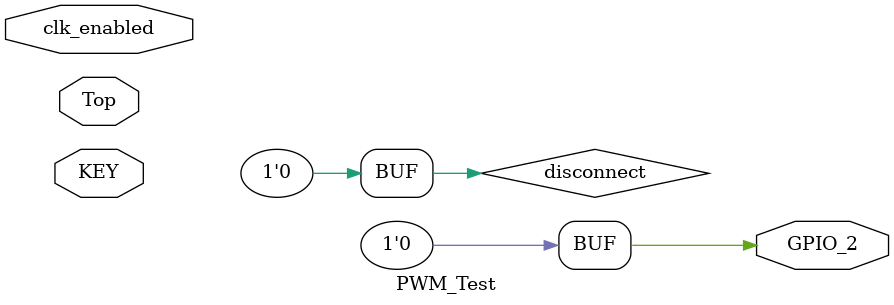
<source format=sv>
module PWM_Test(
	output reg			GPIO_2 = 0,
	input reg [15:0]	Top,		
	input					clk_enabled,
	input reg		 	KEY
);

//=======================================================
//  REG/WIRE declarations
//=======================================================
reg [15:0]	PWM_Counter = 0;
reg [15:0]	Compare;
reg			PWM_Output = 0;
reg			disconnect = 0;
reg			clk_enable;

typedef enum logic [1:0] {s0, s1, s2, s3} statetype;
statetype state = s1;

//=======================================================
//  Pre-Assignments
//=======================================================
assign				Compare = Top/2; 

//=======================================================
//  Output MUX
//=======================================================
assign clk = (KEY) ? clk_enable : disconnect;

//=======================================================
//  Combinational Logic
//=======================================================
always_comb
begin
	if(PWM_Counter == Top)
		state <= s0;
		
	else if(PWM_Counter == Compare)
		state <= s2;
		
	else
		state <= s1;
end

//=======================================================
//  Counter and Value Calculations
//=======================================================
always_ff @(posedge clk)
begin
	case(state)
		s0:
		begin
			PWM_Counter <= 0;
			PWM_Output <= 0;
		end
		s1:
		begin
			PWM_Counter = PWM_Counter + 1;
		end
		s2:
		begin
			PWM_Counter = PWM_Counter + 1;
			PWM_Output <= 1;
		end	
	endcase
end

endmodule


</source>
